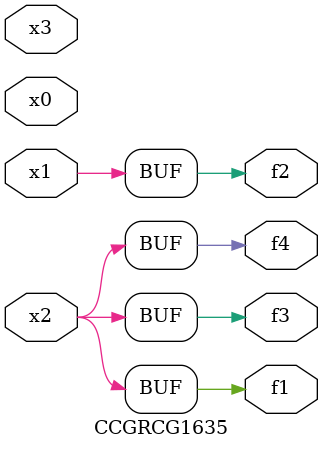
<source format=v>
module CCGRCG1635(
	input x0, x1, x2, x3,
	output f1, f2, f3, f4
);
	assign f1 = x2;
	assign f2 = x1;
	assign f3 = x2;
	assign f4 = x2;
endmodule

</source>
